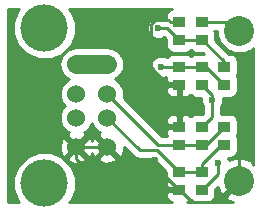
<source format=gbr>
%TF.GenerationSoftware,KiCad,Pcbnew,0.201604071231+6672~43~ubuntu15.10.1-product*%
%TF.CreationDate,2016-04-11T15:25:12+02:00*%
%TF.ProjectId,connector,636F6E6E6563746F722E6B696361645F,rev?*%
%TF.FileFunction,Copper,L1,Top,Signal*%
%FSLAX46Y46*%
G04 Gerber Fmt 4.6, Leading zero omitted, Abs format (unit mm)*
G04 Created by KiCad (PCBNEW 0.201604071231+6672~43~ubuntu15.10.1-product) date pon, 11 kwi 2016, 15:25:12*
%MOMM*%
G01*
G04 APERTURE LIST*
%ADD10C,0.100000*%
%ADD11C,1.524000*%
%ADD12C,4.000000*%
%ADD13C,2.540000*%
%ADD14R,1.000760X0.899160*%
%ADD15C,0.600000*%
%ADD16C,0.250000*%
%ADD17C,1.625600*%
%ADD18C,0.254000*%
G04 APERTURE END LIST*
D10*
D11*
X174244000Y-109530000D03*
X174244000Y-116530000D03*
X174244000Y-112030000D03*
X174244000Y-114030000D03*
X171624000Y-109530000D03*
X171624000Y-116530000D03*
X171624000Y-112030000D03*
X171624000Y-114030000D03*
D12*
X168914000Y-106460000D03*
X168914000Y-119600000D03*
D13*
X185420000Y-119380000D03*
X185420000Y-106680000D03*
D14*
X182245000Y-107431840D03*
X182245000Y-105928160D03*
X180340000Y-105928160D03*
X180340000Y-107431840D03*
X182245000Y-116321840D03*
X182245000Y-114818160D03*
X180340000Y-114818160D03*
X180340000Y-116321840D03*
X184150000Y-109738160D03*
X184150000Y-111241840D03*
X184150000Y-114818160D03*
X184150000Y-116321840D03*
X182245000Y-109738160D03*
X182245000Y-111241840D03*
X180340000Y-111241840D03*
X180340000Y-109738160D03*
X182245000Y-118628160D03*
X182245000Y-120131840D03*
X180340000Y-120131840D03*
X180340000Y-118628160D03*
D15*
X183642004Y-117856000D03*
X183134000Y-112522000D03*
X185166000Y-113030000D03*
X177292000Y-117856000D03*
X176022000Y-118110000D03*
X174752000Y-118110000D03*
X173482000Y-118110000D03*
X172212000Y-118110000D03*
X178308000Y-117602000D03*
X179832000Y-113030000D03*
X178816000Y-109728000D03*
X178562000Y-106426000D03*
D16*
X183642000Y-118534264D02*
X183642004Y-118534260D01*
X182295800Y-120131840D02*
X183642000Y-118785640D01*
X183642004Y-118534260D02*
X183642004Y-117856000D01*
X182245000Y-120131840D02*
X182295800Y-120131840D01*
X183642000Y-118785640D02*
X183642000Y-118534264D01*
X182245000Y-105928160D02*
X184668160Y-105928160D01*
X184668160Y-105928160D02*
X185420000Y-106680000D01*
X182245000Y-105928160D02*
X182295800Y-105928160D01*
D17*
X171624000Y-109530000D02*
X174244000Y-109530000D01*
D16*
X183134000Y-112522000D02*
X183134000Y-113979960D01*
X183134000Y-113979960D02*
X182295800Y-114818160D01*
X182295800Y-114818160D02*
X182245000Y-114818160D01*
X183134000Y-112522000D02*
X183134000Y-112130840D01*
X183134000Y-112130840D02*
X182245000Y-111241840D01*
X185420000Y-119380000D02*
X185420000Y-113284000D01*
X185420000Y-113284000D02*
X185166000Y-113030000D01*
X176022000Y-118110000D02*
X177038000Y-118110000D01*
X177038000Y-118110000D02*
X177292000Y-117856000D01*
X173482000Y-118110000D02*
X174752000Y-118110000D01*
X171624000Y-116530000D02*
X171624000Y-117522000D01*
X171624000Y-117522000D02*
X172212000Y-118110000D01*
X171624000Y-116530000D02*
X174244000Y-116530000D01*
X180340000Y-120131840D02*
X180390800Y-120131840D01*
X183642000Y-121158000D02*
X185420000Y-119380000D01*
X180390800Y-120131840D02*
X181416960Y-121158000D01*
X181416960Y-121158000D02*
X183642000Y-121158000D01*
X180340000Y-105928160D02*
X179589620Y-105928160D01*
X179589620Y-105928160D02*
X179462459Y-105800999D01*
X179462459Y-105800999D02*
X178261999Y-105800999D01*
X178261999Y-105800999D02*
X177936999Y-106125999D01*
X177936999Y-106125999D02*
X177936999Y-109774001D01*
X177936999Y-109774001D02*
X179404838Y-111241840D01*
X179404838Y-111241840D02*
X180340000Y-111241840D01*
X178308000Y-118150640D02*
X178308000Y-117602000D01*
X180289200Y-120131840D02*
X178308000Y-118150640D01*
X180340000Y-120131840D02*
X180289200Y-120131840D01*
X180340000Y-113030000D02*
X180340000Y-114818160D01*
X180340000Y-111241840D02*
X180340000Y-113030000D01*
X180340000Y-113030000D02*
X179832000Y-113030000D01*
X174244000Y-112030000D02*
X178535840Y-116321840D01*
X178535840Y-116321840D02*
X180340000Y-116321840D01*
X180096160Y-116078000D02*
X180340000Y-116321840D01*
X182245000Y-116321840D02*
X182595520Y-116321840D01*
X182595520Y-116321840D02*
X184099200Y-114818160D01*
X184099200Y-114818160D02*
X184150000Y-114818160D01*
X180340000Y-116321840D02*
X182245000Y-116321840D01*
X182245000Y-118628160D02*
X182245000Y-117928580D01*
X182245000Y-117928580D02*
X183851740Y-116321840D01*
X183851740Y-116321840D02*
X184150000Y-116321840D01*
X174244000Y-114030000D02*
X176985849Y-116771849D01*
X176985849Y-116771849D02*
X178432889Y-116771849D01*
X178432889Y-116771849D02*
X180289200Y-118628160D01*
X180289200Y-118628160D02*
X180340000Y-118628160D01*
X180340000Y-118364000D02*
X180340000Y-118628160D01*
X180340000Y-118628160D02*
X182245000Y-118628160D01*
X178816000Y-109728000D02*
X180329840Y-109728000D01*
X180329840Y-109728000D02*
X180340000Y-109738160D01*
X184150000Y-111241840D02*
X184099200Y-111241840D01*
X184099200Y-111241840D02*
X182595520Y-109738160D01*
X182595520Y-109738160D02*
X182245000Y-109738160D01*
X180340000Y-109738160D02*
X182245000Y-109738160D01*
X180172360Y-109855000D02*
X180289200Y-109738160D01*
X180289200Y-109738160D02*
X180340000Y-109738160D01*
X178562000Y-106426000D02*
X179334160Y-106426000D01*
X179334160Y-106426000D02*
X180340000Y-107431840D01*
X182245000Y-107431840D02*
X182295800Y-107431840D01*
X182295800Y-107431840D02*
X184150000Y-109286040D01*
X184150000Y-109286040D02*
X184150000Y-109738160D01*
X180340000Y-107431840D02*
X182245000Y-107431840D01*
D18*
G36*
X166681458Y-104965443D02*
X166279458Y-105933567D01*
X166278543Y-106981834D01*
X166678853Y-107950658D01*
X167419443Y-108692542D01*
X168387567Y-109094542D01*
X169435834Y-109095457D01*
X170404658Y-108695147D01*
X171146542Y-107954557D01*
X171548542Y-106986433D01*
X171549457Y-105938166D01*
X171149147Y-104969342D01*
X171030013Y-104850000D01*
X179697811Y-104850000D01*
X179479921Y-104940253D01*
X179301293Y-105118882D01*
X179204620Y-105352271D01*
X179204620Y-105642410D01*
X179228210Y-105666000D01*
X179124463Y-105666000D01*
X179092327Y-105633808D01*
X178748799Y-105491162D01*
X178376833Y-105490838D01*
X178033057Y-105632883D01*
X177769808Y-105895673D01*
X177627162Y-106239201D01*
X177626838Y-106611167D01*
X177768883Y-106954943D01*
X178031673Y-107218192D01*
X178375201Y-107360838D01*
X178747167Y-107361162D01*
X179063722Y-107230364D01*
X179192180Y-107358822D01*
X179192180Y-107881420D01*
X179241463Y-108129185D01*
X179381811Y-108339229D01*
X179591855Y-108479577D01*
X179839620Y-108528860D01*
X180840380Y-108528860D01*
X181088145Y-108479577D01*
X181292500Y-108343030D01*
X181496855Y-108479577D01*
X181744620Y-108528860D01*
X182318018Y-108528860D01*
X182430298Y-108641140D01*
X181744620Y-108641140D01*
X181496855Y-108690423D01*
X181292500Y-108826970D01*
X181088145Y-108690423D01*
X180840380Y-108641140D01*
X179839620Y-108641140D01*
X179591855Y-108690423D01*
X179381811Y-108830771D01*
X179319164Y-108924529D01*
X179002799Y-108793162D01*
X178630833Y-108792838D01*
X178287057Y-108934883D01*
X178023808Y-109197673D01*
X177881162Y-109541201D01*
X177880838Y-109913167D01*
X178022883Y-110256943D01*
X178285673Y-110520192D01*
X178629201Y-110662838D01*
X179001167Y-110663162D01*
X179248025Y-110561163D01*
X179204620Y-110665951D01*
X179204620Y-110956090D01*
X179363370Y-111114840D01*
X180213000Y-111114840D01*
X180213000Y-111094840D01*
X180467000Y-111094840D01*
X180467000Y-111114840D01*
X180487000Y-111114840D01*
X180487000Y-111368840D01*
X180467000Y-111368840D01*
X180467000Y-112167670D01*
X180625750Y-112326420D01*
X180966690Y-112326420D01*
X181200079Y-112229747D01*
X181284322Y-112145504D01*
X181286811Y-112149229D01*
X181496855Y-112289577D01*
X181744620Y-112338860D01*
X182199159Y-112338860D01*
X182198838Y-112707167D01*
X182340883Y-113050943D01*
X182374000Y-113084118D01*
X182374000Y-113665158D01*
X182318018Y-113721140D01*
X181744620Y-113721140D01*
X181496855Y-113770423D01*
X181286811Y-113910771D01*
X181284322Y-113914496D01*
X181200079Y-113830253D01*
X180966690Y-113733580D01*
X180625750Y-113733580D01*
X180467000Y-113892330D01*
X180467000Y-114691160D01*
X180487000Y-114691160D01*
X180487000Y-114945160D01*
X180467000Y-114945160D01*
X180467000Y-114965160D01*
X180213000Y-114965160D01*
X180213000Y-114945160D01*
X179363370Y-114945160D01*
X179204620Y-115103910D01*
X179204620Y-115394049D01*
X179274121Y-115561840D01*
X178850642Y-115561840D01*
X177531073Y-114242271D01*
X179204620Y-114242271D01*
X179204620Y-114532410D01*
X179363370Y-114691160D01*
X180213000Y-114691160D01*
X180213000Y-113892330D01*
X180054250Y-113733580D01*
X179713310Y-113733580D01*
X179479921Y-113830253D01*
X179301293Y-114008882D01*
X179204620Y-114242271D01*
X177531073Y-114242271D01*
X175628183Y-112339381D01*
X175640757Y-112309100D01*
X175641242Y-111753339D01*
X175547965Y-111527590D01*
X179204620Y-111527590D01*
X179204620Y-111817729D01*
X179301293Y-112051118D01*
X179479921Y-112229747D01*
X179713310Y-112326420D01*
X180054250Y-112326420D01*
X180213000Y-112167670D01*
X180213000Y-111368840D01*
X179363370Y-111368840D01*
X179204620Y-111527590D01*
X175547965Y-111527590D01*
X175429010Y-111239697D01*
X175036370Y-110846371D01*
X174908977Y-110793473D01*
X175013608Y-110723561D01*
X175034303Y-110715010D01*
X175050291Y-110699050D01*
X175267749Y-110553749D01*
X175411781Y-110338191D01*
X175427629Y-110322370D01*
X175436292Y-110301507D01*
X175581593Y-110084049D01*
X175632170Y-109829779D01*
X175640757Y-109809100D01*
X175640777Y-109786512D01*
X175691800Y-109530000D01*
X175641222Y-109275729D01*
X175641242Y-109253339D01*
X175632616Y-109232463D01*
X175581593Y-108975951D01*
X175437561Y-108760392D01*
X175429010Y-108739697D01*
X175413050Y-108723709D01*
X175267749Y-108506251D01*
X175052191Y-108362219D01*
X175036370Y-108346371D01*
X175015507Y-108337708D01*
X174798049Y-108192407D01*
X174543779Y-108141830D01*
X174523100Y-108133243D01*
X174500512Y-108133223D01*
X174244000Y-108082200D01*
X171624000Y-108082200D01*
X171369729Y-108132778D01*
X171347339Y-108132758D01*
X171326463Y-108141384D01*
X171069951Y-108192407D01*
X170854392Y-108336439D01*
X170833697Y-108344990D01*
X170817709Y-108360950D01*
X170600251Y-108506251D01*
X170456219Y-108721809D01*
X170440371Y-108737630D01*
X170431708Y-108758493D01*
X170286407Y-108975951D01*
X170235830Y-109230221D01*
X170227243Y-109250900D01*
X170227223Y-109273488D01*
X170176200Y-109530000D01*
X170226778Y-109784271D01*
X170226758Y-109806661D01*
X170235384Y-109827537D01*
X170286407Y-110084049D01*
X170430439Y-110299608D01*
X170438990Y-110320303D01*
X170454950Y-110336291D01*
X170600251Y-110553749D01*
X170815809Y-110697781D01*
X170831630Y-110713629D01*
X170852493Y-110722292D01*
X170958776Y-110793308D01*
X170833697Y-110844990D01*
X170440371Y-111237630D01*
X170227243Y-111750900D01*
X170226758Y-112306661D01*
X170438990Y-112820303D01*
X170648342Y-113030021D01*
X170440371Y-113237630D01*
X170227243Y-113750900D01*
X170226758Y-114306661D01*
X170438990Y-114820303D01*
X170831630Y-115213629D01*
X170975503Y-115273370D01*
X170892857Y-115307603D01*
X170823392Y-115549787D01*
X171624000Y-116350395D01*
X172424608Y-115549787D01*
X172355143Y-115307603D01*
X172266633Y-115276026D01*
X172414303Y-115215010D01*
X172807629Y-114822370D01*
X172934048Y-114517919D01*
X173058990Y-114820303D01*
X173451630Y-115213629D01*
X173595503Y-115273370D01*
X173512857Y-115307603D01*
X173443392Y-115549787D01*
X174244000Y-116350395D01*
X174258143Y-116336253D01*
X174437748Y-116515858D01*
X174423605Y-116530000D01*
X175224213Y-117330608D01*
X175466397Y-117261143D01*
X175653144Y-116737698D01*
X175641355Y-116502157D01*
X176448448Y-117309250D01*
X176695010Y-117473997D01*
X176985849Y-117531849D01*
X178118087Y-117531849D01*
X179192180Y-118605942D01*
X179192180Y-119077740D01*
X179241463Y-119325505D01*
X179277645Y-119379654D01*
X179204620Y-119555951D01*
X179204620Y-119846090D01*
X179363370Y-120004840D01*
X180213000Y-120004840D01*
X180213000Y-119984840D01*
X180467000Y-119984840D01*
X180467000Y-120004840D01*
X180487000Y-120004840D01*
X180487000Y-120258840D01*
X180467000Y-120258840D01*
X180467000Y-120278840D01*
X180213000Y-120278840D01*
X180213000Y-120258840D01*
X179363370Y-120258840D01*
X179204620Y-120417590D01*
X179204620Y-120707729D01*
X179301293Y-120941118D01*
X179479921Y-121119747D01*
X179697811Y-121210000D01*
X171030897Y-121210000D01*
X171146542Y-121094557D01*
X171548542Y-120126433D01*
X171549457Y-119078166D01*
X171149147Y-118109342D01*
X170551064Y-117510213D01*
X170823392Y-117510213D01*
X170892857Y-117752397D01*
X171416302Y-117939144D01*
X171971368Y-117911362D01*
X172355143Y-117752397D01*
X172424608Y-117510213D01*
X173443392Y-117510213D01*
X173512857Y-117752397D01*
X174036302Y-117939144D01*
X174591368Y-117911362D01*
X174975143Y-117752397D01*
X175044608Y-117510213D01*
X174244000Y-116709605D01*
X173443392Y-117510213D01*
X172424608Y-117510213D01*
X171624000Y-116709605D01*
X170823392Y-117510213D01*
X170551064Y-117510213D01*
X170408557Y-117367458D01*
X169440433Y-116965458D01*
X168392166Y-116964543D01*
X167423342Y-117364853D01*
X166681458Y-118105443D01*
X166279458Y-119073567D01*
X166278543Y-120121834D01*
X166678853Y-121090658D01*
X166797987Y-121210000D01*
X165810000Y-121210000D01*
X165810000Y-116322302D01*
X170214856Y-116322302D01*
X170242638Y-116877368D01*
X170401603Y-117261143D01*
X170643787Y-117330608D01*
X171444395Y-116530000D01*
X171803605Y-116530000D01*
X172604213Y-117330608D01*
X172846397Y-117261143D01*
X172927472Y-117033892D01*
X173021603Y-117261143D01*
X173263787Y-117330608D01*
X174064395Y-116530000D01*
X173263787Y-115729392D01*
X173021603Y-115798857D01*
X172940528Y-116026108D01*
X172846397Y-115798857D01*
X172604213Y-115729392D01*
X171803605Y-116530000D01*
X171444395Y-116530000D01*
X170643787Y-115729392D01*
X170401603Y-115798857D01*
X170214856Y-116322302D01*
X165810000Y-116322302D01*
X165810000Y-104850000D01*
X166797103Y-104850000D01*
X166681458Y-104965443D01*
X166681458Y-104965443D01*
G37*
X166681458Y-104965443D02*
X166279458Y-105933567D01*
X166278543Y-106981834D01*
X166678853Y-107950658D01*
X167419443Y-108692542D01*
X168387567Y-109094542D01*
X169435834Y-109095457D01*
X170404658Y-108695147D01*
X171146542Y-107954557D01*
X171548542Y-106986433D01*
X171549457Y-105938166D01*
X171149147Y-104969342D01*
X171030013Y-104850000D01*
X179697811Y-104850000D01*
X179479921Y-104940253D01*
X179301293Y-105118882D01*
X179204620Y-105352271D01*
X179204620Y-105642410D01*
X179228210Y-105666000D01*
X179124463Y-105666000D01*
X179092327Y-105633808D01*
X178748799Y-105491162D01*
X178376833Y-105490838D01*
X178033057Y-105632883D01*
X177769808Y-105895673D01*
X177627162Y-106239201D01*
X177626838Y-106611167D01*
X177768883Y-106954943D01*
X178031673Y-107218192D01*
X178375201Y-107360838D01*
X178747167Y-107361162D01*
X179063722Y-107230364D01*
X179192180Y-107358822D01*
X179192180Y-107881420D01*
X179241463Y-108129185D01*
X179381811Y-108339229D01*
X179591855Y-108479577D01*
X179839620Y-108528860D01*
X180840380Y-108528860D01*
X181088145Y-108479577D01*
X181292500Y-108343030D01*
X181496855Y-108479577D01*
X181744620Y-108528860D01*
X182318018Y-108528860D01*
X182430298Y-108641140D01*
X181744620Y-108641140D01*
X181496855Y-108690423D01*
X181292500Y-108826970D01*
X181088145Y-108690423D01*
X180840380Y-108641140D01*
X179839620Y-108641140D01*
X179591855Y-108690423D01*
X179381811Y-108830771D01*
X179319164Y-108924529D01*
X179002799Y-108793162D01*
X178630833Y-108792838D01*
X178287057Y-108934883D01*
X178023808Y-109197673D01*
X177881162Y-109541201D01*
X177880838Y-109913167D01*
X178022883Y-110256943D01*
X178285673Y-110520192D01*
X178629201Y-110662838D01*
X179001167Y-110663162D01*
X179248025Y-110561163D01*
X179204620Y-110665951D01*
X179204620Y-110956090D01*
X179363370Y-111114840D01*
X180213000Y-111114840D01*
X180213000Y-111094840D01*
X180467000Y-111094840D01*
X180467000Y-111114840D01*
X180487000Y-111114840D01*
X180487000Y-111368840D01*
X180467000Y-111368840D01*
X180467000Y-112167670D01*
X180625750Y-112326420D01*
X180966690Y-112326420D01*
X181200079Y-112229747D01*
X181284322Y-112145504D01*
X181286811Y-112149229D01*
X181496855Y-112289577D01*
X181744620Y-112338860D01*
X182199159Y-112338860D01*
X182198838Y-112707167D01*
X182340883Y-113050943D01*
X182374000Y-113084118D01*
X182374000Y-113665158D01*
X182318018Y-113721140D01*
X181744620Y-113721140D01*
X181496855Y-113770423D01*
X181286811Y-113910771D01*
X181284322Y-113914496D01*
X181200079Y-113830253D01*
X180966690Y-113733580D01*
X180625750Y-113733580D01*
X180467000Y-113892330D01*
X180467000Y-114691160D01*
X180487000Y-114691160D01*
X180487000Y-114945160D01*
X180467000Y-114945160D01*
X180467000Y-114965160D01*
X180213000Y-114965160D01*
X180213000Y-114945160D01*
X179363370Y-114945160D01*
X179204620Y-115103910D01*
X179204620Y-115394049D01*
X179274121Y-115561840D01*
X178850642Y-115561840D01*
X177531073Y-114242271D01*
X179204620Y-114242271D01*
X179204620Y-114532410D01*
X179363370Y-114691160D01*
X180213000Y-114691160D01*
X180213000Y-113892330D01*
X180054250Y-113733580D01*
X179713310Y-113733580D01*
X179479921Y-113830253D01*
X179301293Y-114008882D01*
X179204620Y-114242271D01*
X177531073Y-114242271D01*
X175628183Y-112339381D01*
X175640757Y-112309100D01*
X175641242Y-111753339D01*
X175547965Y-111527590D01*
X179204620Y-111527590D01*
X179204620Y-111817729D01*
X179301293Y-112051118D01*
X179479921Y-112229747D01*
X179713310Y-112326420D01*
X180054250Y-112326420D01*
X180213000Y-112167670D01*
X180213000Y-111368840D01*
X179363370Y-111368840D01*
X179204620Y-111527590D01*
X175547965Y-111527590D01*
X175429010Y-111239697D01*
X175036370Y-110846371D01*
X174908977Y-110793473D01*
X175013608Y-110723561D01*
X175034303Y-110715010D01*
X175050291Y-110699050D01*
X175267749Y-110553749D01*
X175411781Y-110338191D01*
X175427629Y-110322370D01*
X175436292Y-110301507D01*
X175581593Y-110084049D01*
X175632170Y-109829779D01*
X175640757Y-109809100D01*
X175640777Y-109786512D01*
X175691800Y-109530000D01*
X175641222Y-109275729D01*
X175641242Y-109253339D01*
X175632616Y-109232463D01*
X175581593Y-108975951D01*
X175437561Y-108760392D01*
X175429010Y-108739697D01*
X175413050Y-108723709D01*
X175267749Y-108506251D01*
X175052191Y-108362219D01*
X175036370Y-108346371D01*
X175015507Y-108337708D01*
X174798049Y-108192407D01*
X174543779Y-108141830D01*
X174523100Y-108133243D01*
X174500512Y-108133223D01*
X174244000Y-108082200D01*
X171624000Y-108082200D01*
X171369729Y-108132778D01*
X171347339Y-108132758D01*
X171326463Y-108141384D01*
X171069951Y-108192407D01*
X170854392Y-108336439D01*
X170833697Y-108344990D01*
X170817709Y-108360950D01*
X170600251Y-108506251D01*
X170456219Y-108721809D01*
X170440371Y-108737630D01*
X170431708Y-108758493D01*
X170286407Y-108975951D01*
X170235830Y-109230221D01*
X170227243Y-109250900D01*
X170227223Y-109273488D01*
X170176200Y-109530000D01*
X170226778Y-109784271D01*
X170226758Y-109806661D01*
X170235384Y-109827537D01*
X170286407Y-110084049D01*
X170430439Y-110299608D01*
X170438990Y-110320303D01*
X170454950Y-110336291D01*
X170600251Y-110553749D01*
X170815809Y-110697781D01*
X170831630Y-110713629D01*
X170852493Y-110722292D01*
X170958776Y-110793308D01*
X170833697Y-110844990D01*
X170440371Y-111237630D01*
X170227243Y-111750900D01*
X170226758Y-112306661D01*
X170438990Y-112820303D01*
X170648342Y-113030021D01*
X170440371Y-113237630D01*
X170227243Y-113750900D01*
X170226758Y-114306661D01*
X170438990Y-114820303D01*
X170831630Y-115213629D01*
X170975503Y-115273370D01*
X170892857Y-115307603D01*
X170823392Y-115549787D01*
X171624000Y-116350395D01*
X172424608Y-115549787D01*
X172355143Y-115307603D01*
X172266633Y-115276026D01*
X172414303Y-115215010D01*
X172807629Y-114822370D01*
X172934048Y-114517919D01*
X173058990Y-114820303D01*
X173451630Y-115213629D01*
X173595503Y-115273370D01*
X173512857Y-115307603D01*
X173443392Y-115549787D01*
X174244000Y-116350395D01*
X174258143Y-116336253D01*
X174437748Y-116515858D01*
X174423605Y-116530000D01*
X175224213Y-117330608D01*
X175466397Y-117261143D01*
X175653144Y-116737698D01*
X175641355Y-116502157D01*
X176448448Y-117309250D01*
X176695010Y-117473997D01*
X176985849Y-117531849D01*
X178118087Y-117531849D01*
X179192180Y-118605942D01*
X179192180Y-119077740D01*
X179241463Y-119325505D01*
X179277645Y-119379654D01*
X179204620Y-119555951D01*
X179204620Y-119846090D01*
X179363370Y-120004840D01*
X180213000Y-120004840D01*
X180213000Y-119984840D01*
X180467000Y-119984840D01*
X180467000Y-120004840D01*
X180487000Y-120004840D01*
X180487000Y-120258840D01*
X180467000Y-120258840D01*
X180467000Y-120278840D01*
X180213000Y-120278840D01*
X180213000Y-120258840D01*
X179363370Y-120258840D01*
X179204620Y-120417590D01*
X179204620Y-120707729D01*
X179301293Y-120941118D01*
X179479921Y-121119747D01*
X179697811Y-121210000D01*
X171030897Y-121210000D01*
X171146542Y-121094557D01*
X171548542Y-120126433D01*
X171549457Y-119078166D01*
X171149147Y-118109342D01*
X170551064Y-117510213D01*
X170823392Y-117510213D01*
X170892857Y-117752397D01*
X171416302Y-117939144D01*
X171971368Y-117911362D01*
X172355143Y-117752397D01*
X172424608Y-117510213D01*
X173443392Y-117510213D01*
X173512857Y-117752397D01*
X174036302Y-117939144D01*
X174591368Y-117911362D01*
X174975143Y-117752397D01*
X175044608Y-117510213D01*
X174244000Y-116709605D01*
X173443392Y-117510213D01*
X172424608Y-117510213D01*
X171624000Y-116709605D01*
X170823392Y-117510213D01*
X170551064Y-117510213D01*
X170408557Y-117367458D01*
X169440433Y-116965458D01*
X168392166Y-116964543D01*
X167423342Y-117364853D01*
X166681458Y-118105443D01*
X166279458Y-119073567D01*
X166278543Y-120121834D01*
X166678853Y-121090658D01*
X166797987Y-121210000D01*
X165810000Y-121210000D01*
X165810000Y-116322302D01*
X170214856Y-116322302D01*
X170242638Y-116877368D01*
X170401603Y-117261143D01*
X170643787Y-117330608D01*
X171444395Y-116530000D01*
X171803605Y-116530000D01*
X172604213Y-117330608D01*
X172846397Y-117261143D01*
X172927472Y-117033892D01*
X173021603Y-117261143D01*
X173263787Y-117330608D01*
X174064395Y-116530000D01*
X173263787Y-115729392D01*
X173021603Y-115798857D01*
X172940528Y-116026108D01*
X172846397Y-115798857D01*
X172604213Y-115729392D01*
X171803605Y-116530000D01*
X171444395Y-116530000D01*
X170643787Y-115729392D01*
X170401603Y-115798857D01*
X170214856Y-116322302D01*
X165810000Y-116322302D01*
X165810000Y-104850000D01*
X166797103Y-104850000D01*
X166681458Y-104965443D01*
G36*
X185613748Y-119365858D02*
X185599605Y-119380000D01*
X185613748Y-119394143D01*
X185434143Y-119573748D01*
X185420000Y-119559605D01*
X184251828Y-120727777D01*
X184383520Y-121022657D01*
X184871540Y-121210000D01*
X182840197Y-121210000D01*
X182993145Y-121179577D01*
X183203189Y-121039229D01*
X183343537Y-120829185D01*
X183392820Y-120581420D01*
X183392820Y-120109622D01*
X183574842Y-119927600D01*
X183777343Y-120416480D01*
X184072223Y-120548172D01*
X185240395Y-119380000D01*
X185226253Y-119365858D01*
X185405858Y-119186253D01*
X185420000Y-119200395D01*
X185434143Y-119186253D01*
X185613748Y-119365858D01*
X185613748Y-119365858D01*
G37*
X185613748Y-119365858D02*
X185599605Y-119380000D01*
X185613748Y-119394143D01*
X185434143Y-119573748D01*
X185420000Y-119559605D01*
X184251828Y-120727777D01*
X184383520Y-121022657D01*
X184871540Y-121210000D01*
X182840197Y-121210000D01*
X182993145Y-121179577D01*
X183203189Y-121039229D01*
X183343537Y-120829185D01*
X183392820Y-120581420D01*
X183392820Y-120109622D01*
X183574842Y-119927600D01*
X183777343Y-120416480D01*
X184072223Y-120548172D01*
X185240395Y-119380000D01*
X185226253Y-119365858D01*
X185405858Y-119186253D01*
X185420000Y-119200395D01*
X185434143Y-119186253D01*
X185613748Y-119365858D01*
G36*
X181286811Y-121039229D02*
X181496855Y-121179577D01*
X181649803Y-121210000D01*
X180982189Y-121210000D01*
X181200079Y-121119747D01*
X181284322Y-121035504D01*
X181286811Y-121039229D01*
X181286811Y-121039229D01*
G37*
X181286811Y-121039229D02*
X181496855Y-121179577D01*
X181649803Y-121210000D01*
X180982189Y-121210000D01*
X181200079Y-121119747D01*
X181284322Y-121035504D01*
X181286811Y-121039229D01*
G36*
X183514670Y-107057265D02*
X183804078Y-107757686D01*
X184339495Y-108294039D01*
X185039410Y-108584668D01*
X185797265Y-108585330D01*
X186497686Y-108295922D01*
X186615000Y-108178813D01*
X186615000Y-118005392D01*
X186588171Y-118032221D01*
X186456480Y-117737343D01*
X185748964Y-117465739D01*
X184991368Y-117485564D01*
X184572332Y-117659134D01*
X184473053Y-117418860D01*
X184650380Y-117418860D01*
X184898145Y-117369577D01*
X185108189Y-117229229D01*
X185248537Y-117019185D01*
X185297820Y-116771420D01*
X185297820Y-115872260D01*
X185248537Y-115624495D01*
X185212124Y-115570000D01*
X185248537Y-115515505D01*
X185297820Y-115267740D01*
X185297820Y-114368580D01*
X185248537Y-114120815D01*
X185108189Y-113910771D01*
X184898145Y-113770423D01*
X184650380Y-113721140D01*
X183894000Y-113721140D01*
X183894000Y-113084463D01*
X183926192Y-113052327D01*
X184068838Y-112708799D01*
X184069160Y-112338860D01*
X184650380Y-112338860D01*
X184898145Y-112289577D01*
X185108189Y-112149229D01*
X185248537Y-111939185D01*
X185297820Y-111691420D01*
X185297820Y-110792260D01*
X185248537Y-110544495D01*
X185212124Y-110490000D01*
X185248537Y-110435505D01*
X185297820Y-110187740D01*
X185297820Y-109288580D01*
X185248537Y-109040815D01*
X185108189Y-108830771D01*
X184898145Y-108690423D01*
X184650380Y-108641140D01*
X184579902Y-108641140D01*
X183392820Y-107454058D01*
X183392820Y-106982260D01*
X183343537Y-106734495D01*
X183312577Y-106688160D01*
X183514992Y-106688160D01*
X183514670Y-107057265D01*
X183514670Y-107057265D01*
G37*
X183514670Y-107057265D02*
X183804078Y-107757686D01*
X184339495Y-108294039D01*
X185039410Y-108584668D01*
X185797265Y-108585330D01*
X186497686Y-108295922D01*
X186615000Y-108178813D01*
X186615000Y-118005392D01*
X186588171Y-118032221D01*
X186456480Y-117737343D01*
X185748964Y-117465739D01*
X184991368Y-117485564D01*
X184572332Y-117659134D01*
X184473053Y-117418860D01*
X184650380Y-117418860D01*
X184898145Y-117369577D01*
X185108189Y-117229229D01*
X185248537Y-117019185D01*
X185297820Y-116771420D01*
X185297820Y-115872260D01*
X185248537Y-115624495D01*
X185212124Y-115570000D01*
X185248537Y-115515505D01*
X185297820Y-115267740D01*
X185297820Y-114368580D01*
X185248537Y-114120815D01*
X185108189Y-113910771D01*
X184898145Y-113770423D01*
X184650380Y-113721140D01*
X183894000Y-113721140D01*
X183894000Y-113084463D01*
X183926192Y-113052327D01*
X184068838Y-112708799D01*
X184069160Y-112338860D01*
X184650380Y-112338860D01*
X184898145Y-112289577D01*
X185108189Y-112149229D01*
X185248537Y-111939185D01*
X185297820Y-111691420D01*
X185297820Y-110792260D01*
X185248537Y-110544495D01*
X185212124Y-110490000D01*
X185248537Y-110435505D01*
X185297820Y-110187740D01*
X185297820Y-109288580D01*
X185248537Y-109040815D01*
X185108189Y-108830771D01*
X184898145Y-108690423D01*
X184650380Y-108641140D01*
X184579902Y-108641140D01*
X183392820Y-107454058D01*
X183392820Y-106982260D01*
X183343537Y-106734495D01*
X183312577Y-106688160D01*
X183514992Y-106688160D01*
X183514670Y-107057265D01*
G36*
X180467000Y-105801160D02*
X180487000Y-105801160D01*
X180487000Y-106055160D01*
X180467000Y-106055160D01*
X180467000Y-106075160D01*
X180213000Y-106075160D01*
X180213000Y-106055160D01*
X180193000Y-106055160D01*
X180193000Y-105801160D01*
X180213000Y-105801160D01*
X180213000Y-105781160D01*
X180467000Y-105781160D01*
X180467000Y-105801160D01*
X180467000Y-105801160D01*
G37*
X180467000Y-105801160D02*
X180487000Y-105801160D01*
X180487000Y-106055160D01*
X180467000Y-106055160D01*
X180467000Y-106075160D01*
X180213000Y-106075160D01*
X180213000Y-106055160D01*
X180193000Y-106055160D01*
X180193000Y-105801160D01*
X180213000Y-105801160D01*
X180213000Y-105781160D01*
X180467000Y-105781160D01*
X180467000Y-105801160D01*
M02*

</source>
